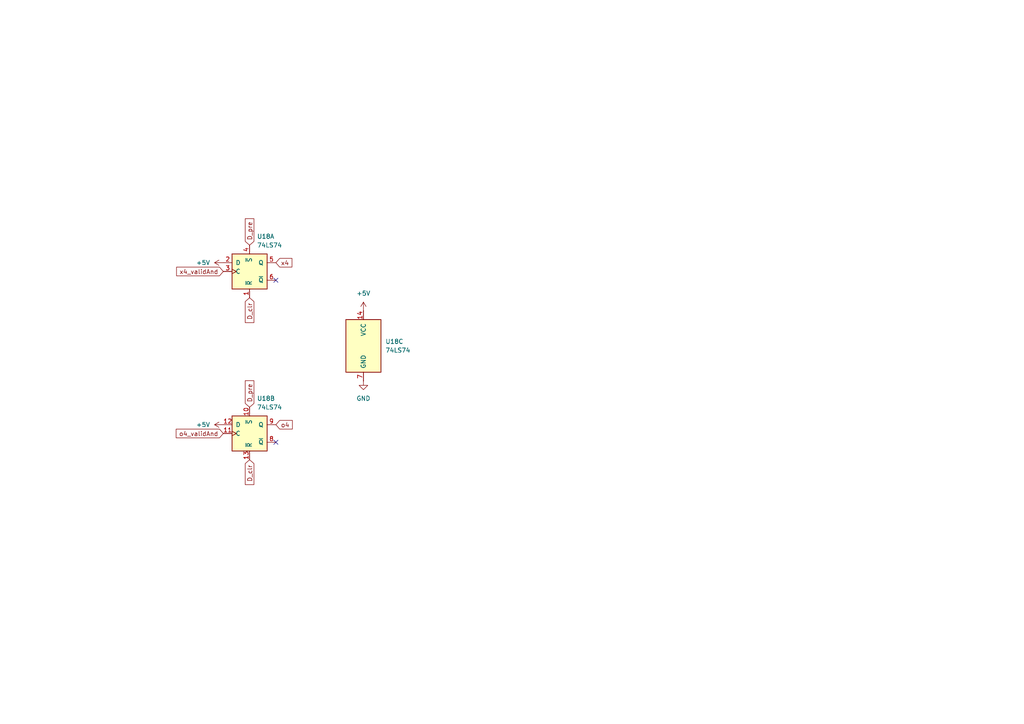
<source format=kicad_sch>
(kicad_sch
	(version 20250114)
	(generator "eeschema")
	(generator_version "9.0")
	(uuid "0f222bc9-c86a-4c26-921d-459394749d18")
	(paper "A4")
	(lib_symbols
		(symbol "74xx:74LS74"
			(pin_names
				(offset 1.016)
			)
			(exclude_from_sim no)
			(in_bom yes)
			(on_board yes)
			(property "Reference" "U"
				(at -7.62 8.89 0)
				(effects
					(font
						(size 1.27 1.27)
					)
				)
			)
			(property "Value" "74LS74"
				(at -7.62 -8.89 0)
				(effects
					(font
						(size 1.27 1.27)
					)
				)
			)
			(property "Footprint" ""
				(at 0 0 0)
				(effects
					(font
						(size 1.27 1.27)
					)
					(hide yes)
				)
			)
			(property "Datasheet" "74xx/74hc_hct74.pdf"
				(at 0 0 0)
				(effects
					(font
						(size 1.27 1.27)
					)
					(hide yes)
				)
			)
			(property "Description" "Dual D Flip-flop, Set & Reset"
				(at 0 0 0)
				(effects
					(font
						(size 1.27 1.27)
					)
					(hide yes)
				)
			)
			(property "ki_locked" ""
				(at 0 0 0)
				(effects
					(font
						(size 1.27 1.27)
					)
				)
			)
			(property "ki_keywords" "TTL DFF"
				(at 0 0 0)
				(effects
					(font
						(size 1.27 1.27)
					)
					(hide yes)
				)
			)
			(property "ki_fp_filters" "DIP*W7.62mm*"
				(at 0 0 0)
				(effects
					(font
						(size 1.27 1.27)
					)
					(hide yes)
				)
			)
			(symbol "74LS74_1_0"
				(pin input line
					(at -7.62 2.54 0)
					(length 2.54)
					(name "D"
						(effects
							(font
								(size 1.27 1.27)
							)
						)
					)
					(number "2"
						(effects
							(font
								(size 1.27 1.27)
							)
						)
					)
				)
				(pin input clock
					(at -7.62 0 0)
					(length 2.54)
					(name "C"
						(effects
							(font
								(size 1.27 1.27)
							)
						)
					)
					(number "3"
						(effects
							(font
								(size 1.27 1.27)
							)
						)
					)
				)
				(pin input line
					(at 0 7.62 270)
					(length 2.54)
					(name "~{S}"
						(effects
							(font
								(size 1.27 1.27)
							)
						)
					)
					(number "4"
						(effects
							(font
								(size 1.27 1.27)
							)
						)
					)
				)
				(pin input line
					(at 0 -7.62 90)
					(length 2.54)
					(name "~{R}"
						(effects
							(font
								(size 1.27 1.27)
							)
						)
					)
					(number "1"
						(effects
							(font
								(size 1.27 1.27)
							)
						)
					)
				)
				(pin output line
					(at 7.62 2.54 180)
					(length 2.54)
					(name "Q"
						(effects
							(font
								(size 1.27 1.27)
							)
						)
					)
					(number "5"
						(effects
							(font
								(size 1.27 1.27)
							)
						)
					)
				)
				(pin output line
					(at 7.62 -2.54 180)
					(length 2.54)
					(name "~{Q}"
						(effects
							(font
								(size 1.27 1.27)
							)
						)
					)
					(number "6"
						(effects
							(font
								(size 1.27 1.27)
							)
						)
					)
				)
			)
			(symbol "74LS74_1_1"
				(rectangle
					(start -5.08 5.08)
					(end 5.08 -5.08)
					(stroke
						(width 0.254)
						(type default)
					)
					(fill
						(type background)
					)
				)
			)
			(symbol "74LS74_2_0"
				(pin input line
					(at -7.62 2.54 0)
					(length 2.54)
					(name "D"
						(effects
							(font
								(size 1.27 1.27)
							)
						)
					)
					(number "12"
						(effects
							(font
								(size 1.27 1.27)
							)
						)
					)
				)
				(pin input clock
					(at -7.62 0 0)
					(length 2.54)
					(name "C"
						(effects
							(font
								(size 1.27 1.27)
							)
						)
					)
					(number "11"
						(effects
							(font
								(size 1.27 1.27)
							)
						)
					)
				)
				(pin input line
					(at 0 7.62 270)
					(length 2.54)
					(name "~{S}"
						(effects
							(font
								(size 1.27 1.27)
							)
						)
					)
					(number "10"
						(effects
							(font
								(size 1.27 1.27)
							)
						)
					)
				)
				(pin input line
					(at 0 -7.62 90)
					(length 2.54)
					(name "~{R}"
						(effects
							(font
								(size 1.27 1.27)
							)
						)
					)
					(number "13"
						(effects
							(font
								(size 1.27 1.27)
							)
						)
					)
				)
				(pin output line
					(at 7.62 2.54 180)
					(length 2.54)
					(name "Q"
						(effects
							(font
								(size 1.27 1.27)
							)
						)
					)
					(number "9"
						(effects
							(font
								(size 1.27 1.27)
							)
						)
					)
				)
				(pin output line
					(at 7.62 -2.54 180)
					(length 2.54)
					(name "~{Q}"
						(effects
							(font
								(size 1.27 1.27)
							)
						)
					)
					(number "8"
						(effects
							(font
								(size 1.27 1.27)
							)
						)
					)
				)
			)
			(symbol "74LS74_2_1"
				(rectangle
					(start -5.08 5.08)
					(end 5.08 -5.08)
					(stroke
						(width 0.254)
						(type default)
					)
					(fill
						(type background)
					)
				)
			)
			(symbol "74LS74_3_0"
				(pin power_in line
					(at 0 10.16 270)
					(length 2.54)
					(name "VCC"
						(effects
							(font
								(size 1.27 1.27)
							)
						)
					)
					(number "14"
						(effects
							(font
								(size 1.27 1.27)
							)
						)
					)
				)
				(pin power_in line
					(at 0 -10.16 90)
					(length 2.54)
					(name "GND"
						(effects
							(font
								(size 1.27 1.27)
							)
						)
					)
					(number "7"
						(effects
							(font
								(size 1.27 1.27)
							)
						)
					)
				)
			)
			(symbol "74LS74_3_1"
				(rectangle
					(start -5.08 7.62)
					(end 5.08 -7.62)
					(stroke
						(width 0.254)
						(type default)
					)
					(fill
						(type background)
					)
				)
			)
			(embedded_fonts no)
		)
		(symbol "power:+5V"
			(power)
			(pin_numbers
				(hide yes)
			)
			(pin_names
				(offset 0)
				(hide yes)
			)
			(exclude_from_sim no)
			(in_bom yes)
			(on_board yes)
			(property "Reference" "#PWR"
				(at 0 -3.81 0)
				(effects
					(font
						(size 1.27 1.27)
					)
					(hide yes)
				)
			)
			(property "Value" "+5V"
				(at 0 3.556 0)
				(effects
					(font
						(size 1.27 1.27)
					)
				)
			)
			(property "Footprint" ""
				(at 0 0 0)
				(effects
					(font
						(size 1.27 1.27)
					)
					(hide yes)
				)
			)
			(property "Datasheet" ""
				(at 0 0 0)
				(effects
					(font
						(size 1.27 1.27)
					)
					(hide yes)
				)
			)
			(property "Description" "Power symbol creates a global label with name \"+5V\""
				(at 0 0 0)
				(effects
					(font
						(size 1.27 1.27)
					)
					(hide yes)
				)
			)
			(property "ki_keywords" "global power"
				(at 0 0 0)
				(effects
					(font
						(size 1.27 1.27)
					)
					(hide yes)
				)
			)
			(symbol "+5V_0_1"
				(polyline
					(pts
						(xy -0.762 1.27) (xy 0 2.54)
					)
					(stroke
						(width 0)
						(type default)
					)
					(fill
						(type none)
					)
				)
				(polyline
					(pts
						(xy 0 2.54) (xy 0.762 1.27)
					)
					(stroke
						(width 0)
						(type default)
					)
					(fill
						(type none)
					)
				)
				(polyline
					(pts
						(xy 0 0) (xy 0 2.54)
					)
					(stroke
						(width 0)
						(type default)
					)
					(fill
						(type none)
					)
				)
			)
			(symbol "+5V_1_1"
				(pin power_in line
					(at 0 0 90)
					(length 0)
					(name "~"
						(effects
							(font
								(size 1.27 1.27)
							)
						)
					)
					(number "1"
						(effects
							(font
								(size 1.27 1.27)
							)
						)
					)
				)
			)
			(embedded_fonts no)
		)
		(symbol "power:GND"
			(power)
			(pin_numbers
				(hide yes)
			)
			(pin_names
				(offset 0)
				(hide yes)
			)
			(exclude_from_sim no)
			(in_bom yes)
			(on_board yes)
			(property "Reference" "#PWR"
				(at 0 -6.35 0)
				(effects
					(font
						(size 1.27 1.27)
					)
					(hide yes)
				)
			)
			(property "Value" "GND"
				(at 0 -3.81 0)
				(effects
					(font
						(size 1.27 1.27)
					)
				)
			)
			(property "Footprint" ""
				(at 0 0 0)
				(effects
					(font
						(size 1.27 1.27)
					)
					(hide yes)
				)
			)
			(property "Datasheet" ""
				(at 0 0 0)
				(effects
					(font
						(size 1.27 1.27)
					)
					(hide yes)
				)
			)
			(property "Description" "Power symbol creates a global label with name \"GND\" , ground"
				(at 0 0 0)
				(effects
					(font
						(size 1.27 1.27)
					)
					(hide yes)
				)
			)
			(property "ki_keywords" "global power"
				(at 0 0 0)
				(effects
					(font
						(size 1.27 1.27)
					)
					(hide yes)
				)
			)
			(symbol "GND_0_1"
				(polyline
					(pts
						(xy 0 0) (xy 0 -1.27) (xy 1.27 -1.27) (xy 0 -2.54) (xy -1.27 -1.27) (xy 0 -1.27)
					)
					(stroke
						(width 0)
						(type default)
					)
					(fill
						(type none)
					)
				)
			)
			(symbol "GND_1_1"
				(pin power_in line
					(at 0 0 270)
					(length 0)
					(name "~"
						(effects
							(font
								(size 1.27 1.27)
							)
						)
					)
					(number "1"
						(effects
							(font
								(size 1.27 1.27)
							)
						)
					)
				)
			)
			(embedded_fonts no)
		)
	)
	(no_connect
		(at 80.01 128.27)
		(uuid "740a870a-82a7-492a-94b2-1b8694927990")
	)
	(no_connect
		(at 80.01 81.28)
		(uuid "d7788c86-4acb-49cf-a25a-1dc2b1f735d9")
	)
	(global_label "o4"
		(shape input)
		(at 80.01 123.19 0)
		(fields_autoplaced yes)
		(effects
			(font
				(size 1.27 1.27)
			)
			(justify left)
		)
		(uuid "0610f167-5ee7-4fff-9cef-5bafe02caa9e")
		(property "Intersheetrefs" "${INTERSHEET_REFS}"
			(at 85.3537 123.19 0)
			(effects
				(font
					(size 1.27 1.27)
				)
				(justify left)
				(hide yes)
			)
		)
	)
	(global_label "x4_validAnd"
		(shape input)
		(at 64.77 78.74 180)
		(fields_autoplaced yes)
		(effects
			(font
				(size 1.27 1.27)
			)
			(justify right)
		)
		(uuid "4fcaedcc-f668-47c7-abd4-610a37101280")
		(property "Intersheetrefs" "${INTERSHEET_REFS}"
			(at 50.6574 78.74 0)
			(effects
				(font
					(size 1.27 1.27)
				)
				(justify right)
				(hide yes)
			)
		)
	)
	(global_label "x4"
		(shape input)
		(at 80.01 76.2 0)
		(fields_autoplaced yes)
		(effects
			(font
				(size 1.27 1.27)
			)
			(justify left)
		)
		(uuid "537efa35-2a6c-4c77-9e4b-37ffb9a82100")
		(property "Intersheetrefs" "${INTERSHEET_REFS}"
			(at 85.2328 76.2 0)
			(effects
				(font
					(size 1.27 1.27)
				)
				(justify left)
				(hide yes)
			)
		)
	)
	(global_label "D_clr"
		(shape input)
		(at 72.39 133.35 270)
		(fields_autoplaced yes)
		(effects
			(font
				(size 1.27 1.27)
			)
			(justify right)
		)
		(uuid "65471bc9-3843-4a8f-a269-6617b7643923")
		(property "Intersheetrefs" "${INTERSHEET_REFS}"
			(at 72.39 141.1128 90)
			(effects
				(font
					(size 1.27 1.27)
				)
				(justify right)
				(hide yes)
			)
		)
	)
	(global_label "D_pre"
		(shape input)
		(at 72.39 118.11 90)
		(fields_autoplaced yes)
		(effects
			(font
				(size 1.27 1.27)
			)
			(justify left)
		)
		(uuid "92bfb351-932b-4c1d-ba20-7e1e5059ab30")
		(property "Intersheetrefs" "${INTERSHEET_REFS}"
			(at 72.39 109.8634 90)
			(effects
				(font
					(size 1.27 1.27)
				)
				(justify left)
				(hide yes)
			)
		)
	)
	(global_label "D_clr"
		(shape input)
		(at 72.39 86.36 270)
		(fields_autoplaced yes)
		(effects
			(font
				(size 1.27 1.27)
			)
			(justify right)
		)
		(uuid "c92da118-1d94-4eba-8b6f-bee99c7fde0f")
		(property "Intersheetrefs" "${INTERSHEET_REFS}"
			(at 72.39 94.1228 90)
			(effects
				(font
					(size 1.27 1.27)
				)
				(justify right)
				(hide yes)
			)
		)
	)
	(global_label "D_pre"
		(shape input)
		(at 72.39 71.12 90)
		(fields_autoplaced yes)
		(effects
			(font
				(size 1.27 1.27)
			)
			(justify left)
		)
		(uuid "e079c477-59fd-4dd4-b504-b76c22df51d8")
		(property "Intersheetrefs" "${INTERSHEET_REFS}"
			(at 72.39 62.8734 90)
			(effects
				(font
					(size 1.27 1.27)
				)
				(justify left)
				(hide yes)
			)
		)
	)
	(global_label "o4_validAnd"
		(shape input)
		(at 64.77 125.73 180)
		(fields_autoplaced yes)
		(effects
			(font
				(size 1.27 1.27)
			)
			(justify right)
		)
		(uuid "ea10d38a-5f7f-4e51-906e-21edeb4e0470")
		(property "Intersheetrefs" "${INTERSHEET_REFS}"
			(at 50.5365 125.73 0)
			(effects
				(font
					(size 1.27 1.27)
				)
				(justify right)
				(hide yes)
			)
		)
	)
	(symbol
		(lib_id "power:+5V")
		(at 105.41 90.17 0)
		(unit 1)
		(exclude_from_sim no)
		(in_bom yes)
		(on_board yes)
		(dnp no)
		(fields_autoplaced yes)
		(uuid "112d3184-37a4-4346-961b-d271c1479072")
		(property "Reference" "#PWR037"
			(at 105.41 93.98 0)
			(effects
				(font
					(size 1.27 1.27)
				)
				(hide yes)
			)
		)
		(property "Value" "+5V"
			(at 105.41 85.09 0)
			(effects
				(font
					(size 1.27 1.27)
				)
			)
		)
		(property "Footprint" ""
			(at 105.41 90.17 0)
			(effects
				(font
					(size 1.27 1.27)
				)
				(hide yes)
			)
		)
		(property "Datasheet" ""
			(at 105.41 90.17 0)
			(effects
				(font
					(size 1.27 1.27)
				)
				(hide yes)
			)
		)
		(property "Description" "Power symbol creates a global label with name \"+5V\""
			(at 105.41 90.17 0)
			(effects
				(font
					(size 1.27 1.27)
				)
				(hide yes)
			)
		)
		(pin "1"
			(uuid "e3966a88-72e3-49ff-a6b2-b74bb5ba676b")
		)
		(instances
			(project ""
				(path "/0f222bc9-c86a-4c26-921d-459394749d18/75ac211f-f9db-490e-ba04-3ca7e27405a1/a9ff1a31-b9c5-4164-ad6f-7a86dee445c1"
					(reference "#PWR037")
					(unit 1)
				)
			)
		)
	)
	(symbol
		(lib_id "74xx:74LS74")
		(at 105.41 100.33 0)
		(unit 3)
		(exclude_from_sim no)
		(in_bom yes)
		(on_board yes)
		(dnp no)
		(fields_autoplaced yes)
		(uuid "60aa05bb-be51-486a-93e2-67a50c410ac7")
		(property "Reference" "U18"
			(at 111.76 99.0599 0)
			(effects
				(font
					(size 1.27 1.27)
				)
				(justify left)
			)
		)
		(property "Value" "74LS74"
			(at 111.76 101.5999 0)
			(effects
				(font
					(size 1.27 1.27)
				)
				(justify left)
			)
		)
		(property "Footprint" "Package_DIP:DIP-14_W7.62mm"
			(at 105.41 100.33 0)
			(effects
				(font
					(size 1.27 1.27)
				)
				(hide yes)
			)
		)
		(property "Datasheet" "74xx/74hc_hct74.pdf"
			(at 105.41 100.33 0)
			(effects
				(font
					(size 1.27 1.27)
				)
				(hide yes)
			)
		)
		(property "Description" "Dual D Flip-flop, Set & Reset"
			(at 105.41 100.33 0)
			(effects
				(font
					(size 1.27 1.27)
				)
				(hide yes)
			)
		)
		(pin "12"
			(uuid "b151a4c0-95ef-4496-bf8a-2c1fb6f960d3")
		)
		(pin "4"
			(uuid "a446bce5-b06e-4c69-bb57-25b705bb0759")
		)
		(pin "14"
			(uuid "c6c3eaab-b368-4847-b9c2-14f18327eef3")
		)
		(pin "3"
			(uuid "a1297712-69b9-4d31-a6e3-e9d31e1118fa")
		)
		(pin "8"
			(uuid "17c29a99-a9d4-4278-9bb4-85547421c95d")
		)
		(pin "5"
			(uuid "d37bb2e3-74f6-47d1-a81e-869bdfc0d73e")
		)
		(pin "11"
			(uuid "234d3305-417f-450a-96a2-e38f3f7cd054")
		)
		(pin "10"
			(uuid "e06bad5a-fe59-4017-b3fb-ab5f5514b0c0")
		)
		(pin "13"
			(uuid "d1c5766f-7571-4b4a-a396-2c373b657b33")
		)
		(pin "7"
			(uuid "e6fc3d3e-8939-40f8-8d4c-cfd994ad7dd4")
		)
		(pin "2"
			(uuid "49d6c06a-92c6-4784-9284-7551a7d1ad1d")
		)
		(pin "9"
			(uuid "76462129-3cef-4f26-af9a-83d9148fd458")
		)
		(pin "6"
			(uuid "a173177a-d678-4ca1-91e5-25fbd731eed4")
		)
		(pin "1"
			(uuid "e72a8853-e290-441d-9efc-29ec16f9f8de")
		)
		(instances
			(project ""
				(path "/0f222bc9-c86a-4c26-921d-459394749d18/75ac211f-f9db-490e-ba04-3ca7e27405a1/a9ff1a31-b9c5-4164-ad6f-7a86dee445c1"
					(reference "U18")
					(unit 3)
				)
			)
		)
	)
	(symbol
		(lib_id "power:+5V")
		(at 64.77 123.19 90)
		(unit 1)
		(exclude_from_sim no)
		(in_bom yes)
		(on_board yes)
		(dnp no)
		(fields_autoplaced yes)
		(uuid "666fcdad-8528-439c-814e-e785bd7d9efc")
		(property "Reference" "#PWR036"
			(at 68.58 123.19 0)
			(effects
				(font
					(size 1.27 1.27)
				)
				(hide yes)
			)
		)
		(property "Value" "+5V"
			(at 60.96 123.1899 90)
			(effects
				(font
					(size 1.27 1.27)
				)
				(justify left)
			)
		)
		(property "Footprint" ""
			(at 64.77 123.19 0)
			(effects
				(font
					(size 1.27 1.27)
				)
				(hide yes)
			)
		)
		(property "Datasheet" ""
			(at 64.77 123.19 0)
			(effects
				(font
					(size 1.27 1.27)
				)
				(hide yes)
			)
		)
		(property "Description" "Power symbol creates a global label with name \"+5V\""
			(at 64.77 123.19 0)
			(effects
				(font
					(size 1.27 1.27)
				)
				(hide yes)
			)
		)
		(pin "1"
			(uuid "d0f22521-3462-40ac-b393-6fda2f162976")
		)
		(instances
			(project ""
				(path "/0f222bc9-c86a-4c26-921d-459394749d18/75ac211f-f9db-490e-ba04-3ca7e27405a1/a9ff1a31-b9c5-4164-ad6f-7a86dee445c1"
					(reference "#PWR036")
					(unit 1)
				)
			)
		)
	)
	(symbol
		(lib_id "74xx:74LS74")
		(at 72.39 78.74 0)
		(unit 1)
		(exclude_from_sim no)
		(in_bom yes)
		(on_board yes)
		(dnp no)
		(fields_autoplaced yes)
		(uuid "7665bcbb-99de-4d7e-98d3-4012e8b8797c")
		(property "Reference" "U18"
			(at 74.5333 68.58 0)
			(effects
				(font
					(size 1.27 1.27)
				)
				(justify left)
			)
		)
		(property "Value" "74LS74"
			(at 74.5333 71.12 0)
			(effects
				(font
					(size 1.27 1.27)
				)
				(justify left)
			)
		)
		(property "Footprint" "Package_DIP:DIP-14_W7.62mm"
			(at 72.39 78.74 0)
			(effects
				(font
					(size 1.27 1.27)
				)
				(hide yes)
			)
		)
		(property "Datasheet" "74xx/74hc_hct74.pdf"
			(at 72.39 78.74 0)
			(effects
				(font
					(size 1.27 1.27)
				)
				(hide yes)
			)
		)
		(property "Description" "Dual D Flip-flop, Set & Reset"
			(at 72.39 78.74 0)
			(effects
				(font
					(size 1.27 1.27)
				)
				(hide yes)
			)
		)
		(pin "12"
			(uuid "b151a4c0-95ef-4496-bf8a-2c1fb6f960d4")
		)
		(pin "4"
			(uuid "0286a96b-57a8-4dc7-ae61-e223faff306c")
		)
		(pin "14"
			(uuid "1e7d8e54-afc2-490c-afef-40a46277b200")
		)
		(pin "3"
			(uuid "6dc3fad6-0062-4e71-99e1-0082f60f4990")
		)
		(pin "8"
			(uuid "17c29a99-a9d4-4278-9bb4-85547421c95e")
		)
		(pin "5"
			(uuid "f336965b-b562-4d15-894a-76560255be81")
		)
		(pin "11"
			(uuid "234d3305-417f-450a-96a2-e38f3f7cd055")
		)
		(pin "10"
			(uuid "e06bad5a-fe59-4017-b3fb-ab5f5514b0c1")
		)
		(pin "13"
			(uuid "d1c5766f-7571-4b4a-a396-2c373b657b34")
		)
		(pin "7"
			(uuid "a0541d54-4040-4978-a2ae-140970f9dab2")
		)
		(pin "2"
			(uuid "9c312f26-936b-4d73-a351-0e9f0cec90a6")
		)
		(pin "9"
			(uuid "76462129-3cef-4f26-af9a-83d9148fd459")
		)
		(pin "6"
			(uuid "ba38af71-8c94-4d13-aa4d-ff2fd67425ad")
		)
		(pin "1"
			(uuid "6de0944a-3327-402d-b131-93d5c15ceafb")
		)
		(instances
			(project ""
				(path "/0f222bc9-c86a-4c26-921d-459394749d18/75ac211f-f9db-490e-ba04-3ca7e27405a1/a9ff1a31-b9c5-4164-ad6f-7a86dee445c1"
					(reference "U18")
					(unit 1)
				)
			)
		)
	)
	(symbol
		(lib_id "power:GND")
		(at 105.41 110.49 0)
		(unit 1)
		(exclude_from_sim no)
		(in_bom yes)
		(on_board yes)
		(dnp no)
		(fields_autoplaced yes)
		(uuid "9532b576-9806-4247-8f31-e26c1c5552d9")
		(property "Reference" "#PWR038"
			(at 105.41 116.84 0)
			(effects
				(font
					(size 1.27 1.27)
				)
				(hide yes)
			)
		)
		(property "Value" "GND"
			(at 105.41 115.57 0)
			(effects
				(font
					(size 1.27 1.27)
				)
			)
		)
		(property "Footprint" ""
			(at 105.41 110.49 0)
			(effects
				(font
					(size 1.27 1.27)
				)
				(hide yes)
			)
		)
		(property "Datasheet" ""
			(at 105.41 110.49 0)
			(effects
				(font
					(size 1.27 1.27)
				)
				(hide yes)
			)
		)
		(property "Description" "Power symbol creates a global label with name \"GND\" , ground"
			(at 105.41 110.49 0)
			(effects
				(font
					(size 1.27 1.27)
				)
				(hide yes)
			)
		)
		(pin "1"
			(uuid "fcb0fb94-23c4-4471-9b90-a1092ff0329d")
		)
		(instances
			(project ""
				(path "/0f222bc9-c86a-4c26-921d-459394749d18/75ac211f-f9db-490e-ba04-3ca7e27405a1/a9ff1a31-b9c5-4164-ad6f-7a86dee445c1"
					(reference "#PWR038")
					(unit 1)
				)
			)
		)
	)
	(symbol
		(lib_id "74xx:74LS74")
		(at 72.39 125.73 0)
		(unit 2)
		(exclude_from_sim no)
		(in_bom yes)
		(on_board yes)
		(dnp no)
		(fields_autoplaced yes)
		(uuid "96503f7f-ea92-49e1-b322-05003617ab82")
		(property "Reference" "U18"
			(at 74.5333 115.57 0)
			(effects
				(font
					(size 1.27 1.27)
				)
				(justify left)
			)
		)
		(property "Value" "74LS74"
			(at 74.5333 118.11 0)
			(effects
				(font
					(size 1.27 1.27)
				)
				(justify left)
			)
		)
		(property "Footprint" "Package_DIP:DIP-14_W7.62mm"
			(at 72.39 125.73 0)
			(effects
				(font
					(size 1.27 1.27)
				)
				(hide yes)
			)
		)
		(property "Datasheet" "74xx/74hc_hct74.pdf"
			(at 72.39 125.73 0)
			(effects
				(font
					(size 1.27 1.27)
				)
				(hide yes)
			)
		)
		(property "Description" "Dual D Flip-flop, Set & Reset"
			(at 72.39 125.73 0)
			(effects
				(font
					(size 1.27 1.27)
				)
				(hide yes)
			)
		)
		(pin "12"
			(uuid "a1c9483c-bcdb-4864-846c-43ee78b756e6")
		)
		(pin "4"
			(uuid "a446bce5-b06e-4c69-bb57-25b705bb075b")
		)
		(pin "14"
			(uuid "1e7d8e54-afc2-490c-afef-40a46277b201")
		)
		(pin "3"
			(uuid "a1297712-69b9-4d31-a6e3-e9d31e1118fc")
		)
		(pin "8"
			(uuid "cac4255f-c883-40ff-8f4a-6bd8a606d2d8")
		)
		(pin "5"
			(uuid "d37bb2e3-74f6-47d1-a81e-869bdfc0d740")
		)
		(pin "11"
			(uuid "844b0cba-2ba8-402a-8b8c-49259832fcd6")
		)
		(pin "10"
			(uuid "f87f319e-39ce-4572-8d51-3a214cacba21")
		)
		(pin "13"
			(uuid "8e5e64f8-c187-402a-b85a-cf9815f02f45")
		)
		(pin "7"
			(uuid "a0541d54-4040-4978-a2ae-140970f9dab3")
		)
		(pin "2"
			(uuid "49d6c06a-92c6-4784-9284-7551a7d1ad1f")
		)
		(pin "9"
			(uuid "6c70a69b-6cae-41e6-a050-7426ff247794")
		)
		(pin "6"
			(uuid "a173177a-d678-4ca1-91e5-25fbd731eed6")
		)
		(pin "1"
			(uuid "e72a8853-e290-441d-9efc-29ec16f9f8e0")
		)
		(instances
			(project ""
				(path "/0f222bc9-c86a-4c26-921d-459394749d18/75ac211f-f9db-490e-ba04-3ca7e27405a1/a9ff1a31-b9c5-4164-ad6f-7a86dee445c1"
					(reference "U18")
					(unit 2)
				)
			)
		)
	)
	(symbol
		(lib_id "power:+5V")
		(at 64.77 76.2 90)
		(unit 1)
		(exclude_from_sim no)
		(in_bom yes)
		(on_board yes)
		(dnp no)
		(fields_autoplaced yes)
		(uuid "9fb8a385-89c9-43e8-87d9-972bfe760f94")
		(property "Reference" "#PWR035"
			(at 68.58 76.2 0)
			(effects
				(font
					(size 1.27 1.27)
				)
				(hide yes)
			)
		)
		(property "Value" "+5V"
			(at 60.96 76.1999 90)
			(effects
				(font
					(size 1.27 1.27)
				)
				(justify left)
			)
		)
		(property "Footprint" ""
			(at 64.77 76.2 0)
			(effects
				(font
					(size 1.27 1.27)
				)
				(hide yes)
			)
		)
		(property "Datasheet" ""
			(at 64.77 76.2 0)
			(effects
				(font
					(size 1.27 1.27)
				)
				(hide yes)
			)
		)
		(property "Description" "Power symbol creates a global label with name \"+5V\""
			(at 64.77 76.2 0)
			(effects
				(font
					(size 1.27 1.27)
				)
				(hide yes)
			)
		)
		(pin "1"
			(uuid "0e128d13-df8a-421e-9668-22c8c174001f")
		)
		(instances
			(project ""
				(path "/0f222bc9-c86a-4c26-921d-459394749d18/75ac211f-f9db-490e-ba04-3ca7e27405a1/a9ff1a31-b9c5-4164-ad6f-7a86dee445c1"
					(reference "#PWR035")
					(unit 1)
				)
			)
		)
	)
)

</source>
